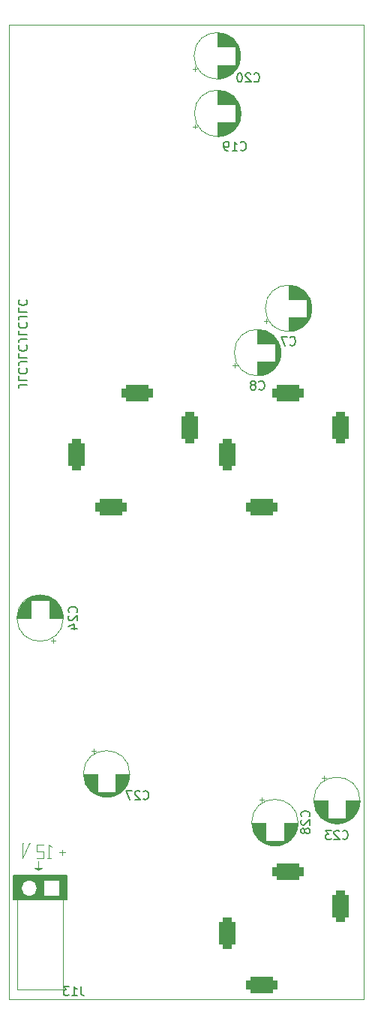
<source format=gbo>
G04 #@! TF.GenerationSoftware,KiCad,Pcbnew,(6.0.0)*
G04 #@! TF.CreationDate,2022-04-30T23:24:42+02:00*
G04 #@! TF.ProjectId,Output-mixer,4f757470-7574-42d6-9d69-7865722e6b69,rev?*
G04 #@! TF.SameCoordinates,Original*
G04 #@! TF.FileFunction,Legend,Bot*
G04 #@! TF.FilePolarity,Positive*
%FSLAX46Y46*%
G04 Gerber Fmt 4.6, Leading zero omitted, Abs format (unit mm)*
G04 Created by KiCad (PCBNEW (6.0.0)) date 2022-04-30 23:24:42*
%MOMM*%
%LPD*%
G01*
G04 APERTURE LIST*
G04 Aperture macros list*
%AMRoundRect*
0 Rectangle with rounded corners*
0 $1 Rounding radius*
0 $2 $3 $4 $5 $6 $7 $8 $9 X,Y pos of 4 corners*
0 Add a 4 corners polygon primitive as box body*
4,1,4,$2,$3,$4,$5,$6,$7,$8,$9,$2,$3,0*
0 Add four circle primitives for the rounded corners*
1,1,$1+$1,$2,$3*
1,1,$1+$1,$4,$5*
1,1,$1+$1,$6,$7*
1,1,$1+$1,$8,$9*
0 Add four rect primitives between the rounded corners*
20,1,$1+$1,$2,$3,$4,$5,0*
20,1,$1+$1,$4,$5,$6,$7,0*
20,1,$1+$1,$6,$7,$8,$9,0*
20,1,$1+$1,$8,$9,$2,$3,0*%
G04 Aperture macros list end*
%ADD10C,0.120000*%
%ADD11C,0.150000*%
G04 #@! TA.AperFunction,Profile*
%ADD12C,0.050000*%
G04 #@! TD*
%ADD13C,1.600000*%
%ADD14O,1.600000X1.600000*%
%ADD15RoundRect,0.475000X-0.475000X1.275000X-0.475000X-1.275000X0.475000X-1.275000X0.475000X1.275000X0*%
%ADD16RoundRect,0.475000X1.275000X0.475000X-1.275000X0.475000X-1.275000X-0.475000X1.275000X-0.475000X0*%
%ADD17RoundRect,0.475000X-0.565685X-1.237437X1.237437X0.565685X0.565685X1.237437X-1.237437X-0.565685X0*%
%ADD18RoundRect,0.475000X0.475000X-1.275000X0.475000X1.275000X-0.475000X1.275000X-0.475000X-1.275000X0*%
%ADD19R,1.700000X1.700000*%
%ADD20O,1.700000X1.700000*%
%ADD21R,1.500000X1.050000*%
%ADD22O,1.500000X1.050000*%
%ADD23C,3.200000*%
%ADD24R,1.600000X1.600000*%
G04 APERTURE END LIST*
D10*
X164600000Y-123500000D02*
X165400000Y-123500000D01*
D11*
X168000000Y-129750000D02*
X162000000Y-129750000D01*
X162000000Y-129750000D02*
X162000000Y-127000000D01*
X162000000Y-127000000D02*
X168000000Y-127000000D01*
X168000000Y-127000000D02*
X168000000Y-129750000D01*
G36*
X168000000Y-129750000D02*
G01*
X162000000Y-129750000D01*
X162000000Y-127000000D01*
X168000000Y-127000000D01*
X168000000Y-129750000D01*
G37*
X168000000Y-129750000D02*
X162000000Y-129750000D01*
X162000000Y-127000000D01*
X168000000Y-127000000D01*
X168000000Y-129750000D01*
D10*
X166000000Y-123500000D02*
X166300000Y-123800000D01*
X163100000Y-123400000D02*
X163000000Y-123400000D01*
X164600000Y-124300000D02*
X164600000Y-123500000D01*
X163000000Y-123400000D02*
X163000000Y-125100000D01*
X167200000Y-124400000D02*
X167800000Y-124400000D01*
X165400000Y-125100000D02*
X165400000Y-124300000D01*
X166000000Y-125100000D02*
X166200000Y-125100000D01*
X163900000Y-123400000D02*
X163800000Y-123400000D01*
X165400000Y-124300000D02*
X164600000Y-124300000D01*
X163000000Y-125100000D02*
X163800000Y-123400000D01*
X164800000Y-126400000D02*
X165200000Y-126200000D01*
X165200000Y-126200000D02*
X164400000Y-126200000D01*
X164400000Y-126200000D02*
X164800000Y-126400000D01*
G36*
X164800000Y-126400000D02*
G01*
X164400000Y-126200000D01*
X165200000Y-126200000D01*
X164800000Y-126400000D01*
G37*
X164800000Y-126400000D02*
X164400000Y-126200000D01*
X165200000Y-126200000D01*
X164800000Y-126400000D01*
X165800000Y-125100000D02*
X166000000Y-125100000D01*
X166000000Y-125100000D02*
X166000000Y-123500000D01*
X167500000Y-124700000D02*
X167500000Y-124100000D01*
X164600000Y-125100000D02*
X165400000Y-125100000D01*
X164800000Y-125400000D02*
X164800000Y-126400000D01*
D12*
X161500000Y-31000000D02*
X161500000Y-141000000D01*
X161500000Y-31000000D02*
X201500000Y-31000000D01*
X201500000Y-141000000D02*
X161500000Y-141000000D01*
X201500000Y-31000000D02*
X201500000Y-141000000D01*
D11*
X163547619Y-71619047D02*
X162833333Y-71619047D01*
X162690476Y-71666666D01*
X162595238Y-71761904D01*
X162547619Y-71904761D01*
X162547619Y-72000000D01*
X162547619Y-70666666D02*
X162547619Y-71142857D01*
X163547619Y-71142857D01*
X162642857Y-69761904D02*
X162595238Y-69809523D01*
X162547619Y-69952380D01*
X162547619Y-70047619D01*
X162595238Y-70190476D01*
X162690476Y-70285714D01*
X162785714Y-70333333D01*
X162976190Y-70380952D01*
X163119047Y-70380952D01*
X163309523Y-70333333D01*
X163404761Y-70285714D01*
X163500000Y-70190476D01*
X163547619Y-70047619D01*
X163547619Y-69952380D01*
X163500000Y-69809523D01*
X163452380Y-69761904D01*
X163547619Y-69047619D02*
X162833333Y-69047619D01*
X162690476Y-69095238D01*
X162595238Y-69190476D01*
X162547619Y-69333333D01*
X162547619Y-69428571D01*
X162547619Y-68095238D02*
X162547619Y-68571428D01*
X163547619Y-68571428D01*
X162642857Y-67190476D02*
X162595238Y-67238095D01*
X162547619Y-67380952D01*
X162547619Y-67476190D01*
X162595238Y-67619047D01*
X162690476Y-67714285D01*
X162785714Y-67761904D01*
X162976190Y-67809523D01*
X163119047Y-67809523D01*
X163309523Y-67761904D01*
X163404761Y-67714285D01*
X163500000Y-67619047D01*
X163547619Y-67476190D01*
X163547619Y-67380952D01*
X163500000Y-67238095D01*
X163452380Y-67190476D01*
X163547619Y-66476190D02*
X162833333Y-66476190D01*
X162690476Y-66523809D01*
X162595238Y-66619047D01*
X162547619Y-66761904D01*
X162547619Y-66857142D01*
X162547619Y-65523809D02*
X162547619Y-66000000D01*
X163547619Y-66000000D01*
X162642857Y-64619047D02*
X162595238Y-64666666D01*
X162547619Y-64809523D01*
X162547619Y-64904761D01*
X162595238Y-65047619D01*
X162690476Y-65142857D01*
X162785714Y-65190476D01*
X162976190Y-65238095D01*
X163119047Y-65238095D01*
X163309523Y-65190476D01*
X163404761Y-65142857D01*
X163500000Y-65047619D01*
X163547619Y-64904761D01*
X163547619Y-64809523D01*
X163500000Y-64666666D01*
X163452380Y-64619047D01*
X163547619Y-63904761D02*
X162833333Y-63904761D01*
X162690476Y-63952380D01*
X162595238Y-64047619D01*
X162547619Y-64190476D01*
X162547619Y-64285714D01*
X162547619Y-62952380D02*
X162547619Y-63428571D01*
X163547619Y-63428571D01*
X162642857Y-62047619D02*
X162595238Y-62095238D01*
X162547619Y-62238095D01*
X162547619Y-62333333D01*
X162595238Y-62476190D01*
X162690476Y-62571428D01*
X162785714Y-62619047D01*
X162976190Y-62666666D01*
X163119047Y-62666666D01*
X163309523Y-62619047D01*
X163404761Y-62571428D01*
X163500000Y-62476190D01*
X163547619Y-62333333D01*
X163547619Y-62238095D01*
X163500000Y-62095238D01*
X163452380Y-62047619D01*
X189711553Y-72107142D02*
X189759172Y-72154761D01*
X189902029Y-72202380D01*
X189997267Y-72202380D01*
X190140125Y-72154761D01*
X190235363Y-72059523D01*
X190282982Y-71964285D01*
X190330601Y-71773809D01*
X190330601Y-71630952D01*
X190282982Y-71440476D01*
X190235363Y-71345238D01*
X190140125Y-71250000D01*
X189997267Y-71202380D01*
X189902029Y-71202380D01*
X189759172Y-71250000D01*
X189711553Y-71297619D01*
X189140125Y-71630952D02*
X189235363Y-71583333D01*
X189282982Y-71535714D01*
X189330601Y-71440476D01*
X189330601Y-71392857D01*
X189282982Y-71297619D01*
X189235363Y-71250000D01*
X189140125Y-71202380D01*
X188949648Y-71202380D01*
X188854410Y-71250000D01*
X188806791Y-71297619D01*
X188759172Y-71392857D01*
X188759172Y-71440476D01*
X188806791Y-71535714D01*
X188854410Y-71583333D01*
X188949648Y-71630952D01*
X189140125Y-71630952D01*
X189235363Y-71678571D01*
X189282982Y-71726190D01*
X189330601Y-71821428D01*
X189330601Y-72011904D01*
X189282982Y-72107142D01*
X189235363Y-72154761D01*
X189140125Y-72202380D01*
X188949648Y-72202380D01*
X188854410Y-72154761D01*
X188806791Y-72107142D01*
X188759172Y-72011904D01*
X188759172Y-71821428D01*
X188806791Y-71726190D01*
X188854410Y-71678571D01*
X188949648Y-71630952D01*
X189142857Y-37357142D02*
X189190476Y-37404761D01*
X189333333Y-37452380D01*
X189428571Y-37452380D01*
X189571428Y-37404761D01*
X189666666Y-37309523D01*
X189714285Y-37214285D01*
X189761904Y-37023809D01*
X189761904Y-36880952D01*
X189714285Y-36690476D01*
X189666666Y-36595238D01*
X189571428Y-36500000D01*
X189428571Y-36452380D01*
X189333333Y-36452380D01*
X189190476Y-36500000D01*
X189142857Y-36547619D01*
X188761904Y-36547619D02*
X188714285Y-36500000D01*
X188619047Y-36452380D01*
X188380952Y-36452380D01*
X188285714Y-36500000D01*
X188238095Y-36547619D01*
X188190476Y-36642857D01*
X188190476Y-36738095D01*
X188238095Y-36880952D01*
X188809523Y-37452380D01*
X188190476Y-37452380D01*
X187571428Y-36452380D02*
X187476190Y-36452380D01*
X187380952Y-36500000D01*
X187333333Y-36547619D01*
X187285714Y-36642857D01*
X187238095Y-36833333D01*
X187238095Y-37071428D01*
X187285714Y-37261904D01*
X187333333Y-37357142D01*
X187380952Y-37404761D01*
X187476190Y-37452380D01*
X187571428Y-37452380D01*
X187666666Y-37404761D01*
X187714285Y-37357142D01*
X187761904Y-37261904D01*
X187809523Y-37071428D01*
X187809523Y-36833333D01*
X187761904Y-36642857D01*
X187714285Y-36547619D01*
X187666666Y-36500000D01*
X187571428Y-36452380D01*
X169107142Y-97312254D02*
X169154761Y-97264635D01*
X169202380Y-97121778D01*
X169202380Y-97026540D01*
X169154761Y-96883683D01*
X169059523Y-96788445D01*
X168964285Y-96740826D01*
X168773809Y-96693207D01*
X168630952Y-96693207D01*
X168440476Y-96740826D01*
X168345238Y-96788445D01*
X168250000Y-96883683D01*
X168202380Y-97026540D01*
X168202380Y-97121778D01*
X168250000Y-97264635D01*
X168297619Y-97312254D01*
X168297619Y-97693207D02*
X168250000Y-97740826D01*
X168202380Y-97836064D01*
X168202380Y-98074159D01*
X168250000Y-98169397D01*
X168297619Y-98217016D01*
X168392857Y-98264635D01*
X168488095Y-98264635D01*
X168630952Y-98217016D01*
X169202380Y-97645588D01*
X169202380Y-98264635D01*
X168535714Y-99121778D02*
X169202380Y-99121778D01*
X168154761Y-98883683D02*
X168869047Y-98645588D01*
X168869047Y-99264635D01*
X187642857Y-45107142D02*
X187690476Y-45154761D01*
X187833333Y-45202380D01*
X187928571Y-45202380D01*
X188071428Y-45154761D01*
X188166666Y-45059523D01*
X188214285Y-44964285D01*
X188261904Y-44773809D01*
X188261904Y-44630952D01*
X188214285Y-44440476D01*
X188166666Y-44345238D01*
X188071428Y-44250000D01*
X187928571Y-44202380D01*
X187833333Y-44202380D01*
X187690476Y-44250000D01*
X187642857Y-44297619D01*
X186690476Y-45202380D02*
X187261904Y-45202380D01*
X186976190Y-45202380D02*
X186976190Y-44202380D01*
X187071428Y-44345238D01*
X187166666Y-44440476D01*
X187261904Y-44488095D01*
X186214285Y-45202380D02*
X186023809Y-45202380D01*
X185928571Y-45154761D01*
X185880952Y-45107142D01*
X185785714Y-44964285D01*
X185738095Y-44773809D01*
X185738095Y-44392857D01*
X185785714Y-44297619D01*
X185833333Y-44250000D01*
X185928571Y-44202380D01*
X186119047Y-44202380D01*
X186214285Y-44250000D01*
X186261904Y-44297619D01*
X186309523Y-44392857D01*
X186309523Y-44630952D01*
X186261904Y-44726190D01*
X186214285Y-44773809D01*
X186119047Y-44821428D01*
X185928571Y-44821428D01*
X185833333Y-44773809D01*
X185785714Y-44726190D01*
X185738095Y-44630952D01*
X199142857Y-122857142D02*
X199190476Y-122904761D01*
X199333333Y-122952380D01*
X199428571Y-122952380D01*
X199571428Y-122904761D01*
X199666666Y-122809523D01*
X199714285Y-122714285D01*
X199761904Y-122523809D01*
X199761904Y-122380952D01*
X199714285Y-122190476D01*
X199666666Y-122095238D01*
X199571428Y-122000000D01*
X199428571Y-121952380D01*
X199333333Y-121952380D01*
X199190476Y-122000000D01*
X199142857Y-122047619D01*
X198761904Y-122047619D02*
X198714285Y-122000000D01*
X198619047Y-121952380D01*
X198380952Y-121952380D01*
X198285714Y-122000000D01*
X198238095Y-122047619D01*
X198190476Y-122142857D01*
X198190476Y-122238095D01*
X198238095Y-122380952D01*
X198809523Y-122952380D01*
X198190476Y-122952380D01*
X197857142Y-121952380D02*
X197238095Y-121952380D01*
X197571428Y-122333333D01*
X197428571Y-122333333D01*
X197333333Y-122380952D01*
X197285714Y-122428571D01*
X197238095Y-122523809D01*
X197238095Y-122761904D01*
X197285714Y-122857142D01*
X197333333Y-122904761D01*
X197428571Y-122952380D01*
X197714285Y-122952380D01*
X197809523Y-122904761D01*
X197857142Y-122857142D01*
X195357142Y-120357142D02*
X195404761Y-120309523D01*
X195452380Y-120166666D01*
X195452380Y-120071428D01*
X195404761Y-119928571D01*
X195309523Y-119833333D01*
X195214285Y-119785714D01*
X195023809Y-119738095D01*
X194880952Y-119738095D01*
X194690476Y-119785714D01*
X194595238Y-119833333D01*
X194500000Y-119928571D01*
X194452380Y-120071428D01*
X194452380Y-120166666D01*
X194500000Y-120309523D01*
X194547619Y-120357142D01*
X194547619Y-120738095D02*
X194500000Y-120785714D01*
X194452380Y-120880952D01*
X194452380Y-121119047D01*
X194500000Y-121214285D01*
X194547619Y-121261904D01*
X194642857Y-121309523D01*
X194738095Y-121309523D01*
X194880952Y-121261904D01*
X195452380Y-120690476D01*
X195452380Y-121309523D01*
X194880952Y-121880952D02*
X194833333Y-121785714D01*
X194785714Y-121738095D01*
X194690476Y-121690476D01*
X194642857Y-121690476D01*
X194547619Y-121738095D01*
X194500000Y-121785714D01*
X194452380Y-121880952D01*
X194452380Y-122071428D01*
X194500000Y-122166666D01*
X194547619Y-122214285D01*
X194642857Y-122261904D01*
X194690476Y-122261904D01*
X194785714Y-122214285D01*
X194833333Y-122166666D01*
X194880952Y-122071428D01*
X194880952Y-121880952D01*
X194928571Y-121785714D01*
X194976190Y-121738095D01*
X195071428Y-121690476D01*
X195261904Y-121690476D01*
X195357142Y-121738095D01*
X195404761Y-121785714D01*
X195452380Y-121880952D01*
X195452380Y-122071428D01*
X195404761Y-122166666D01*
X195357142Y-122214285D01*
X195261904Y-122261904D01*
X195071428Y-122261904D01*
X194976190Y-122214285D01*
X194928571Y-122166666D01*
X194880952Y-122071428D01*
X169584523Y-139537380D02*
X169584523Y-140251666D01*
X169632142Y-140394523D01*
X169727380Y-140489761D01*
X169870238Y-140537380D01*
X169965476Y-140537380D01*
X168584523Y-140537380D02*
X169155952Y-140537380D01*
X168870238Y-140537380D02*
X168870238Y-139537380D01*
X168965476Y-139680238D01*
X169060714Y-139775476D01*
X169155952Y-139823095D01*
X168251190Y-139537380D02*
X167632142Y-139537380D01*
X167965476Y-139918333D01*
X167822619Y-139918333D01*
X167727380Y-139965952D01*
X167679761Y-140013571D01*
X167632142Y-140108809D01*
X167632142Y-140346904D01*
X167679761Y-140442142D01*
X167727380Y-140489761D01*
X167822619Y-140537380D01*
X168108333Y-140537380D01*
X168203571Y-140489761D01*
X168251190Y-140442142D01*
X176642857Y-118357142D02*
X176690476Y-118404761D01*
X176833333Y-118452380D01*
X176928571Y-118452380D01*
X177071428Y-118404761D01*
X177166666Y-118309523D01*
X177214285Y-118214285D01*
X177261904Y-118023809D01*
X177261904Y-117880952D01*
X177214285Y-117690476D01*
X177166666Y-117595238D01*
X177071428Y-117500000D01*
X176928571Y-117452380D01*
X176833333Y-117452380D01*
X176690476Y-117500000D01*
X176642857Y-117547619D01*
X176261904Y-117547619D02*
X176214285Y-117500000D01*
X176119047Y-117452380D01*
X175880952Y-117452380D01*
X175785714Y-117500000D01*
X175738095Y-117547619D01*
X175690476Y-117642857D01*
X175690476Y-117738095D01*
X175738095Y-117880952D01*
X176309523Y-118452380D01*
X175690476Y-118452380D01*
X175357142Y-117452380D02*
X174690476Y-117452380D01*
X175119047Y-118452380D01*
X193211554Y-67107142D02*
X193259173Y-67154761D01*
X193402030Y-67202380D01*
X193497268Y-67202380D01*
X193640126Y-67154761D01*
X193735364Y-67059523D01*
X193782983Y-66964285D01*
X193830602Y-66773809D01*
X193830602Y-66630952D01*
X193782983Y-66440476D01*
X193735364Y-66345238D01*
X193640126Y-66250000D01*
X193497268Y-66202380D01*
X193402030Y-66202380D01*
X193259173Y-66250000D01*
X193211554Y-66297619D01*
X192878221Y-66202380D02*
X192211554Y-66202380D01*
X192640126Y-67202380D01*
D10*
X189744887Y-66960000D02*
X189744887Y-65427000D01*
X189984887Y-70543000D02*
X189984887Y-69040000D01*
X190945887Y-70175000D02*
X190945887Y-69040000D01*
X191905887Y-69098000D02*
X191905887Y-66902000D01*
X190224887Y-70491000D02*
X190224887Y-69040000D01*
X191185887Y-70004000D02*
X191185887Y-69040000D01*
X190184887Y-70501000D02*
X190184887Y-69040000D01*
X189784887Y-66960000D02*
X189784887Y-65431000D01*
X190905887Y-70200000D02*
X190905887Y-69040000D01*
X191305887Y-66960000D02*
X191305887Y-66099000D01*
X189904887Y-66960000D02*
X189904887Y-65444000D01*
X190465887Y-66960000D02*
X190465887Y-65586000D01*
X190265887Y-70480000D02*
X190265887Y-69040000D01*
X191225887Y-66960000D02*
X191225887Y-66029000D01*
X189544887Y-70580000D02*
X189544887Y-69040000D01*
X190545887Y-70382000D02*
X190545887Y-69040000D01*
X191025887Y-66960000D02*
X191025887Y-65878000D01*
X191305887Y-69901000D02*
X191305887Y-69040000D01*
X190825887Y-66960000D02*
X190825887Y-65753000D01*
X189944887Y-66960000D02*
X189944887Y-65450000D01*
X191065887Y-70095000D02*
X191065887Y-69040000D01*
X189584887Y-66960000D02*
X189584887Y-65420000D01*
X191345887Y-66960000D02*
X191345887Y-66136000D01*
X189944887Y-70550000D02*
X189944887Y-69040000D01*
X191225887Y-69971000D02*
X191225887Y-69040000D01*
X190825887Y-70247000D02*
X190825887Y-69040000D01*
X191745887Y-69383000D02*
X191745887Y-66617000D01*
X189864887Y-70561000D02*
X189864887Y-69040000D01*
X190945887Y-66960000D02*
X190945887Y-65825000D01*
X190224887Y-66960000D02*
X190224887Y-65509000D01*
X190905887Y-66960000D02*
X190905887Y-65800000D01*
X190865887Y-70224000D02*
X190865887Y-69040000D01*
X189824887Y-70565000D02*
X189824887Y-69040000D01*
X189704887Y-66960000D02*
X189704887Y-65424000D01*
X186990112Y-69725000D02*
X186990112Y-69225000D01*
X191785887Y-69319000D02*
X191785887Y-66681000D01*
X190625887Y-66960000D02*
X190625887Y-65652000D01*
X190305887Y-66960000D02*
X190305887Y-65532000D01*
X190024887Y-70536000D02*
X190024887Y-69040000D01*
X191585887Y-69605000D02*
X191585887Y-66395000D01*
X191265887Y-66960000D02*
X191265887Y-66063000D01*
X190545887Y-66960000D02*
X190545887Y-65618000D01*
X191425887Y-69785000D02*
X191425887Y-69040000D01*
X191945887Y-69011000D02*
X191945887Y-66989000D01*
X192145887Y-68284000D02*
X192145887Y-67716000D01*
X191705887Y-69443000D02*
X191705887Y-66557000D01*
X192065887Y-68677000D02*
X192065887Y-67323000D01*
X191145887Y-70035000D02*
X191145887Y-69040000D01*
X189784887Y-70569000D02*
X189784887Y-69040000D01*
X189624887Y-66960000D02*
X189624887Y-65421000D01*
X190104887Y-66960000D02*
X190104887Y-65480000D01*
X190265887Y-66960000D02*
X190265887Y-65520000D01*
X190705887Y-66960000D02*
X190705887Y-65690000D01*
X190625887Y-70348000D02*
X190625887Y-69040000D01*
X190305887Y-70468000D02*
X190305887Y-69040000D01*
X189904887Y-70556000D02*
X189904887Y-69040000D01*
X190144887Y-66960000D02*
X190144887Y-65489000D01*
X190345887Y-66960000D02*
X190345887Y-65545000D01*
X191545887Y-66960000D02*
X191545887Y-66347000D01*
X189664887Y-66960000D02*
X189664887Y-65422000D01*
X190985887Y-66960000D02*
X190985887Y-65851000D01*
X189624887Y-70579000D02*
X189624887Y-69040000D01*
X189824887Y-66960000D02*
X189824887Y-65435000D01*
X190985887Y-70149000D02*
X190985887Y-69040000D01*
X189744887Y-70573000D02*
X189744887Y-69040000D01*
X190425887Y-70428000D02*
X190425887Y-69040000D01*
X190705887Y-70310000D02*
X190705887Y-69040000D01*
X191105887Y-66960000D02*
X191105887Y-65935000D01*
X190104887Y-70520000D02*
X190104887Y-69040000D01*
X191145887Y-66960000D02*
X191145887Y-65965000D01*
X190024887Y-66960000D02*
X190024887Y-65464000D01*
X189984887Y-66960000D02*
X189984887Y-65457000D01*
X190505887Y-70398000D02*
X190505887Y-69040000D01*
X191345887Y-69864000D02*
X191345887Y-69040000D01*
X189584887Y-70580000D02*
X189584887Y-69040000D01*
X191625887Y-69554000D02*
X191625887Y-66446000D01*
X191185887Y-66960000D02*
X191185887Y-65996000D01*
X191385887Y-69826000D02*
X191385887Y-69040000D01*
X191425887Y-66960000D02*
X191425887Y-66215000D01*
X191505887Y-66960000D02*
X191505887Y-66301000D01*
X191665887Y-69500000D02*
X191665887Y-66500000D01*
X190745887Y-66960000D02*
X190745887Y-65710000D01*
X190745887Y-70290000D02*
X190745887Y-69040000D01*
X190345887Y-70455000D02*
X190345887Y-69040000D01*
X186740112Y-69475000D02*
X187240112Y-69475000D01*
X190465887Y-70414000D02*
X190465887Y-69040000D01*
X189664887Y-70578000D02*
X189664887Y-69040000D01*
X191265887Y-69937000D02*
X191265887Y-69040000D01*
X192105887Y-68518000D02*
X192105887Y-67482000D01*
X190785887Y-66960000D02*
X190785887Y-65732000D01*
X190585887Y-66960000D02*
X190585887Y-65635000D01*
X191985887Y-68915000D02*
X191985887Y-67085000D01*
X190665887Y-70329000D02*
X190665887Y-69040000D01*
X190665887Y-66960000D02*
X190665887Y-65671000D01*
X191025887Y-70122000D02*
X191025887Y-69040000D01*
X191465887Y-66960000D02*
X191465887Y-66257000D01*
X189864887Y-66960000D02*
X189864887Y-65439000D01*
X191465887Y-69743000D02*
X191465887Y-69040000D01*
X191505887Y-69699000D02*
X191505887Y-69040000D01*
X191545887Y-69653000D02*
X191545887Y-69040000D01*
X191825887Y-69251000D02*
X191825887Y-66749000D01*
X190144887Y-70511000D02*
X190144887Y-69040000D01*
X190385887Y-66960000D02*
X190385887Y-65558000D01*
X190184887Y-66960000D02*
X190184887Y-65499000D01*
X191865887Y-69178000D02*
X191865887Y-66822000D01*
X192025887Y-68805000D02*
X192025887Y-67195000D01*
X189704887Y-70576000D02*
X189704887Y-69040000D01*
X190385887Y-70442000D02*
X190385887Y-69040000D01*
X191105887Y-70065000D02*
X191105887Y-69040000D01*
X190585887Y-70365000D02*
X190585887Y-69040000D01*
X190425887Y-66960000D02*
X190425887Y-65572000D01*
X190785887Y-70268000D02*
X190785887Y-69040000D01*
X190865887Y-66960000D02*
X190865887Y-65776000D01*
X191385887Y-66960000D02*
X191385887Y-66174000D01*
X190064887Y-66960000D02*
X190064887Y-65472000D01*
X190064887Y-70528000D02*
X190064887Y-69040000D01*
X191065887Y-66960000D02*
X191065887Y-65905000D01*
X189544887Y-66960000D02*
X189544887Y-65420000D01*
X190505887Y-66960000D02*
X190505887Y-65602000D01*
X192164887Y-68000000D02*
G75*
G03*
X192164887Y-68000000I-2620000J0D01*
G01*
X186441000Y-33460000D02*
X186441000Y-32351000D01*
X186761000Y-36401000D02*
X186761000Y-35540000D01*
X185440000Y-33460000D02*
X185440000Y-31957000D01*
X185600000Y-33460000D02*
X185600000Y-31989000D01*
X185360000Y-37056000D02*
X185360000Y-35540000D01*
X186361000Y-36700000D02*
X186361000Y-35540000D01*
X185801000Y-36955000D02*
X185801000Y-35540000D01*
X186401000Y-33460000D02*
X186401000Y-32325000D01*
X185080000Y-33460000D02*
X185080000Y-31921000D01*
X187161000Y-35943000D02*
X187161000Y-33057000D01*
X186761000Y-33460000D02*
X186761000Y-32599000D01*
X185520000Y-37028000D02*
X185520000Y-35540000D01*
X187521000Y-35177000D02*
X187521000Y-33823000D01*
X185360000Y-33460000D02*
X185360000Y-31944000D01*
X186361000Y-33460000D02*
X186361000Y-32300000D01*
X186281000Y-33460000D02*
X186281000Y-32253000D01*
X187121000Y-36000000D02*
X187121000Y-33000000D01*
X186721000Y-36437000D02*
X186721000Y-35540000D01*
X185560000Y-33460000D02*
X185560000Y-31980000D01*
X185160000Y-33460000D02*
X185160000Y-31924000D01*
X185841000Y-33460000D02*
X185841000Y-32058000D01*
X186201000Y-36790000D02*
X186201000Y-35540000D01*
X185921000Y-33460000D02*
X185921000Y-32086000D01*
X185761000Y-36968000D02*
X185761000Y-35540000D01*
X185080000Y-37079000D02*
X185080000Y-35540000D01*
X185000000Y-37080000D02*
X185000000Y-35540000D01*
X187001000Y-36153000D02*
X187001000Y-35540000D01*
X185841000Y-36942000D02*
X185841000Y-35540000D01*
X186241000Y-36768000D02*
X186241000Y-35540000D01*
X186321000Y-33460000D02*
X186321000Y-32276000D01*
X187241000Y-35819000D02*
X187241000Y-33181000D01*
X185480000Y-33460000D02*
X185480000Y-31964000D01*
X182195225Y-35975000D02*
X182695225Y-35975000D01*
X185400000Y-37050000D02*
X185400000Y-35540000D01*
X187201000Y-35883000D02*
X187201000Y-33117000D01*
X185961000Y-36898000D02*
X185961000Y-35540000D01*
X186001000Y-36882000D02*
X186001000Y-35540000D01*
X186201000Y-33460000D02*
X186201000Y-32210000D01*
X186481000Y-33460000D02*
X186481000Y-32378000D01*
X187561000Y-35018000D02*
X187561000Y-33982000D01*
X186841000Y-33460000D02*
X186841000Y-32674000D01*
X185320000Y-33460000D02*
X185320000Y-31939000D01*
X185000000Y-33460000D02*
X185000000Y-31920000D01*
X185240000Y-37069000D02*
X185240000Y-35540000D01*
X185320000Y-37061000D02*
X185320000Y-35540000D01*
X185881000Y-33460000D02*
X185881000Y-32072000D01*
X185801000Y-33460000D02*
X185801000Y-32045000D01*
X186121000Y-36829000D02*
X186121000Y-35540000D01*
X185120000Y-33460000D02*
X185120000Y-31922000D01*
X186281000Y-36747000D02*
X186281000Y-35540000D01*
X187001000Y-33460000D02*
X187001000Y-32847000D01*
X186161000Y-33460000D02*
X186161000Y-32190000D01*
X185881000Y-36928000D02*
X185881000Y-35540000D01*
X187081000Y-36054000D02*
X187081000Y-32946000D01*
X186561000Y-36565000D02*
X186561000Y-35540000D01*
X186321000Y-36724000D02*
X186321000Y-35540000D01*
X187401000Y-35511000D02*
X187401000Y-33489000D01*
X187321000Y-35678000D02*
X187321000Y-33322000D01*
X187041000Y-36105000D02*
X187041000Y-32895000D01*
X186801000Y-36364000D02*
X186801000Y-35540000D01*
X185240000Y-33460000D02*
X185240000Y-31931000D01*
X186961000Y-36199000D02*
X186961000Y-35540000D01*
X185721000Y-36980000D02*
X185721000Y-35540000D01*
X185961000Y-33460000D02*
X185961000Y-32102000D01*
X186081000Y-33460000D02*
X186081000Y-32152000D01*
X186121000Y-33460000D02*
X186121000Y-32171000D01*
X185761000Y-33460000D02*
X185761000Y-32032000D01*
X185200000Y-33460000D02*
X185200000Y-31927000D01*
X187481000Y-35305000D02*
X187481000Y-33695000D01*
X186481000Y-36622000D02*
X186481000Y-35540000D01*
X187601000Y-34784000D02*
X187601000Y-34216000D01*
X185040000Y-33460000D02*
X185040000Y-31920000D01*
X186441000Y-36649000D02*
X186441000Y-35540000D01*
X186401000Y-36675000D02*
X186401000Y-35540000D01*
X186681000Y-33460000D02*
X186681000Y-32529000D01*
X186881000Y-33460000D02*
X186881000Y-32715000D01*
X185600000Y-37011000D02*
X185600000Y-35540000D01*
X185721000Y-33460000D02*
X185721000Y-32020000D01*
X186521000Y-36595000D02*
X186521000Y-35540000D01*
X185560000Y-37020000D02*
X185560000Y-35540000D01*
X186521000Y-33460000D02*
X186521000Y-32405000D01*
X185400000Y-33460000D02*
X185400000Y-31950000D01*
X186881000Y-36285000D02*
X186881000Y-35540000D01*
X186721000Y-33460000D02*
X186721000Y-32563000D01*
X185520000Y-33460000D02*
X185520000Y-31972000D01*
X187441000Y-35415000D02*
X187441000Y-33585000D01*
X186001000Y-33460000D02*
X186001000Y-32118000D01*
X186961000Y-33460000D02*
X186961000Y-32801000D01*
X185921000Y-36914000D02*
X185921000Y-35540000D01*
X186641000Y-36504000D02*
X186641000Y-35540000D01*
X185040000Y-37080000D02*
X185040000Y-35540000D01*
X186801000Y-33460000D02*
X186801000Y-32636000D01*
X185160000Y-37076000D02*
X185160000Y-35540000D01*
X186601000Y-36535000D02*
X186601000Y-35540000D01*
X186041000Y-33460000D02*
X186041000Y-32135000D01*
X186601000Y-33460000D02*
X186601000Y-32465000D01*
X185680000Y-36991000D02*
X185680000Y-35540000D01*
X185200000Y-37073000D02*
X185200000Y-35540000D01*
X186681000Y-36471000D02*
X186681000Y-35540000D01*
X185280000Y-33460000D02*
X185280000Y-31935000D01*
X186041000Y-36865000D02*
X186041000Y-35540000D01*
X186921000Y-36243000D02*
X186921000Y-35540000D01*
X185680000Y-33460000D02*
X185680000Y-32009000D01*
X186921000Y-33460000D02*
X186921000Y-32757000D01*
X186161000Y-36810000D02*
X186161000Y-35540000D01*
X186241000Y-33460000D02*
X186241000Y-32232000D01*
X185640000Y-37001000D02*
X185640000Y-35540000D01*
X182445225Y-36225000D02*
X182445225Y-35725000D01*
X185480000Y-37036000D02*
X185480000Y-35540000D01*
X186841000Y-36326000D02*
X186841000Y-35540000D01*
X186561000Y-33460000D02*
X186561000Y-32435000D01*
X187361000Y-35598000D02*
X187361000Y-33402000D01*
X185120000Y-37078000D02*
X185120000Y-35540000D01*
X185640000Y-33460000D02*
X185640000Y-31999000D01*
X186081000Y-36848000D02*
X186081000Y-35540000D01*
X185280000Y-37065000D02*
X185280000Y-35540000D01*
X185440000Y-37043000D02*
X185440000Y-35540000D01*
X186641000Y-33460000D02*
X186641000Y-32496000D01*
X187281000Y-35751000D02*
X187281000Y-33249000D01*
X187620000Y-34500000D02*
G75*
G03*
X187620000Y-34500000I-2620000J0D01*
G01*
X167480000Y-97234112D02*
X166040000Y-97234112D01*
X167580000Y-97915112D02*
X166040000Y-97915112D01*
X165518000Y-95394112D02*
X164482000Y-95394112D01*
X163960000Y-96554112D02*
X162825000Y-96554112D01*
X166554000Y-95874112D02*
X163446000Y-95874112D01*
X163960000Y-97034112D02*
X162586000Y-97034112D01*
X166500000Y-95834112D02*
X163500000Y-95834112D01*
X166725000Y-100509887D02*
X166225000Y-100509887D01*
X163960000Y-97074112D02*
X162572000Y-97074112D01*
X167065000Y-96394112D02*
X166040000Y-96394112D01*
X163960000Y-97595112D02*
X162444000Y-97595112D01*
X163960000Y-95994112D02*
X163301000Y-95994112D01*
X163960000Y-96034112D02*
X163257000Y-96034112D01*
X167290000Y-96754112D02*
X166040000Y-96754112D01*
X163960000Y-97475112D02*
X162464000Y-97475112D01*
X163960000Y-97114112D02*
X162558000Y-97114112D01*
X166475000Y-100759887D02*
X166475000Y-100259887D01*
X163960000Y-97154112D02*
X162545000Y-97154112D01*
X163960000Y-97915112D02*
X162420000Y-97915112D01*
X163960000Y-96754112D02*
X162710000Y-96754112D01*
X163960000Y-96634112D02*
X162776000Y-96634112D01*
X166826000Y-96114112D02*
X166040000Y-96114112D01*
X163960000Y-97755112D02*
X162427000Y-97755112D01*
X166251000Y-95674112D02*
X163749000Y-95674112D01*
X167414000Y-97034112D02*
X166040000Y-97034112D01*
X167329000Y-96834112D02*
X166040000Y-96834112D01*
X163960000Y-97435112D02*
X162472000Y-97435112D01*
X167348000Y-96874112D02*
X166040000Y-96874112D01*
X167579000Y-97875112D02*
X166040000Y-97875112D01*
X167556000Y-97595112D02*
X166040000Y-97595112D01*
X167382000Y-96954112D02*
X166040000Y-96954112D01*
X167004000Y-96314112D02*
X166040000Y-96314112D01*
X166319000Y-95714112D02*
X163681000Y-95714112D01*
X167224000Y-96634112D02*
X166040000Y-96634112D01*
X166937000Y-96234112D02*
X166040000Y-96234112D01*
X163960000Y-97715112D02*
X162431000Y-97715112D01*
X163960000Y-96314112D02*
X162996000Y-96314112D01*
X167565000Y-97675112D02*
X166040000Y-97675112D01*
X163960000Y-97275112D02*
X162509000Y-97275112D01*
X166605000Y-95914112D02*
X163395000Y-95914112D01*
X167543000Y-97515112D02*
X166040000Y-97515112D01*
X163960000Y-97194112D02*
X162532000Y-97194112D01*
X167428000Y-97074112D02*
X166040000Y-97074112D01*
X165677000Y-95434112D02*
X164323000Y-95434112D01*
X163960000Y-96714112D02*
X162732000Y-96714112D01*
X166743000Y-96034112D02*
X166040000Y-96034112D01*
X165915000Y-95514112D02*
X164085000Y-95514112D01*
X163960000Y-96994112D02*
X162602000Y-96994112D01*
X167578000Y-97835112D02*
X166040000Y-97835112D01*
X167365000Y-96914112D02*
X166040000Y-96914112D01*
X163960000Y-97955112D02*
X162420000Y-97955112D01*
X163960000Y-97675112D02*
X162435000Y-97675112D01*
X163960000Y-95954112D02*
X163347000Y-95954112D01*
X167398000Y-96994112D02*
X166040000Y-96994112D01*
X163960000Y-96514112D02*
X162851000Y-96514112D01*
X163960000Y-97355112D02*
X162489000Y-97355112D01*
X166653000Y-95954112D02*
X166040000Y-95954112D01*
X166901000Y-96194112D02*
X166040000Y-96194112D01*
X166098000Y-95594112D02*
X163902000Y-95594112D01*
X166443000Y-95794112D02*
X163557000Y-95794112D01*
X163960000Y-97635112D02*
X162439000Y-97635112D01*
X166785000Y-96074112D02*
X166040000Y-96074112D01*
X166178000Y-95634112D02*
X163822000Y-95634112D01*
X165805000Y-95474112D02*
X164195000Y-95474112D01*
X167122000Y-96474112D02*
X166040000Y-96474112D01*
X166011000Y-95554112D02*
X163989000Y-95554112D01*
X166699000Y-95994112D02*
X166040000Y-95994112D01*
X167468000Y-97194112D02*
X166040000Y-97194112D01*
X163960000Y-96114112D02*
X163174000Y-96114112D01*
X167580000Y-97955112D02*
X166040000Y-97955112D01*
X163960000Y-97234112D02*
X162520000Y-97234112D01*
X163960000Y-96154112D02*
X163136000Y-96154112D01*
X163960000Y-97315112D02*
X162499000Y-97315112D01*
X167520000Y-97395112D02*
X166040000Y-97395112D01*
X167310000Y-96794112D02*
X166040000Y-96794112D01*
X163960000Y-96234112D02*
X163063000Y-96234112D01*
X163960000Y-96354112D02*
X162965000Y-96354112D01*
X167455000Y-97154112D02*
X166040000Y-97154112D01*
X167035000Y-96354112D02*
X166040000Y-96354112D01*
X167175000Y-96554112D02*
X166040000Y-96554112D01*
X167268000Y-96714112D02*
X166040000Y-96714112D01*
X163960000Y-96434112D02*
X162905000Y-96434112D01*
X167576000Y-97795112D02*
X166040000Y-97795112D01*
X167569000Y-97715112D02*
X166040000Y-97715112D01*
X167247000Y-96674112D02*
X166040000Y-96674112D01*
X163960000Y-96274112D02*
X163029000Y-96274112D01*
X163960000Y-96954112D02*
X162618000Y-96954112D01*
X166971000Y-96274112D02*
X166040000Y-96274112D01*
X167550000Y-97555112D02*
X166040000Y-97555112D01*
X167149000Y-96514112D02*
X166040000Y-96514112D01*
X163960000Y-96914112D02*
X162635000Y-96914112D01*
X163960000Y-97515112D02*
X162457000Y-97515112D01*
X163960000Y-97795112D02*
X162424000Y-97795112D01*
X166383000Y-95754112D02*
X163617000Y-95754112D01*
X163960000Y-96674112D02*
X162753000Y-96674112D01*
X167501000Y-97315112D02*
X166040000Y-97315112D01*
X167511000Y-97355112D02*
X166040000Y-97355112D01*
X163960000Y-97875112D02*
X162421000Y-97875112D01*
X167561000Y-97635112D02*
X166040000Y-97635112D01*
X167442000Y-97114112D02*
X166040000Y-97114112D01*
X163960000Y-96794112D02*
X162690000Y-96794112D01*
X167573000Y-97755112D02*
X166040000Y-97755112D01*
X163960000Y-96474112D02*
X162878000Y-96474112D01*
X163960000Y-97835112D02*
X162422000Y-97835112D01*
X163960000Y-96194112D02*
X163099000Y-96194112D01*
X167491000Y-97275112D02*
X166040000Y-97275112D01*
X167528000Y-97435112D02*
X166040000Y-97435112D01*
X166864000Y-96154112D02*
X166040000Y-96154112D01*
X163960000Y-96834112D02*
X162671000Y-96834112D01*
X167200000Y-96594112D02*
X166040000Y-96594112D01*
X163960000Y-97555112D02*
X162450000Y-97555112D01*
X163960000Y-96594112D02*
X162800000Y-96594112D01*
X165284000Y-95354112D02*
X164716000Y-95354112D01*
X163960000Y-96874112D02*
X162652000Y-96874112D01*
X163960000Y-97395112D02*
X162480000Y-97395112D01*
X163960000Y-96394112D02*
X162935000Y-96394112D01*
X167536000Y-97475112D02*
X166040000Y-97475112D01*
X163960000Y-96074112D02*
X163215000Y-96074112D01*
X167095000Y-96434112D02*
X166040000Y-96434112D01*
X167620000Y-97955112D02*
G75*
G03*
X167620000Y-97955112I-2620000J0D01*
G01*
X185684887Y-39960000D02*
X185684887Y-38499000D01*
X186165887Y-39960000D02*
X186165887Y-38671000D01*
X185244887Y-43573000D02*
X185244887Y-42040000D01*
X185765887Y-43480000D02*
X185765887Y-42040000D01*
X186605887Y-43065000D02*
X186605887Y-42040000D01*
X187245887Y-42383000D02*
X187245887Y-39617000D01*
X186445887Y-43175000D02*
X186445887Y-42040000D01*
X186045887Y-43382000D02*
X186045887Y-42040000D01*
X186925887Y-39960000D02*
X186925887Y-39215000D01*
X186005887Y-39960000D02*
X186005887Y-38602000D01*
X185604887Y-43520000D02*
X185604887Y-42040000D01*
X185564887Y-39960000D02*
X185564887Y-38472000D01*
X186645887Y-39960000D02*
X186645887Y-38965000D01*
X186605887Y-39960000D02*
X186605887Y-38935000D01*
X187565887Y-41677000D02*
X187565887Y-40323000D01*
X187005887Y-42699000D02*
X187005887Y-42040000D01*
X186805887Y-42901000D02*
X186805887Y-42040000D01*
X185044887Y-39960000D02*
X185044887Y-38420000D01*
X186165887Y-43329000D02*
X186165887Y-42040000D01*
X185564887Y-43528000D02*
X185564887Y-42040000D01*
X186085887Y-39960000D02*
X186085887Y-38635000D01*
X185404887Y-43556000D02*
X185404887Y-42040000D01*
X186485887Y-43149000D02*
X186485887Y-42040000D01*
X185765887Y-39960000D02*
X185765887Y-38520000D01*
X186285887Y-43268000D02*
X186285887Y-42040000D01*
X185484887Y-43543000D02*
X185484887Y-42040000D01*
X185444887Y-39960000D02*
X185444887Y-38450000D01*
X185604887Y-39960000D02*
X185604887Y-38480000D01*
X185925887Y-39960000D02*
X185925887Y-38572000D01*
X186565887Y-43095000D02*
X186565887Y-42040000D01*
X187165887Y-42500000D02*
X187165887Y-39500000D01*
X185885887Y-43442000D02*
X185885887Y-42040000D01*
X187525887Y-41805000D02*
X187525887Y-40195000D01*
X187045887Y-42653000D02*
X187045887Y-42040000D01*
X186285887Y-39960000D02*
X186285887Y-38732000D01*
X185845887Y-39960000D02*
X185845887Y-38545000D01*
X186325887Y-39960000D02*
X186325887Y-38753000D01*
X185644887Y-43511000D02*
X185644887Y-42040000D01*
X185885887Y-39960000D02*
X185885887Y-38558000D01*
X187125887Y-42554000D02*
X187125887Y-39446000D01*
X187205887Y-42443000D02*
X187205887Y-39557000D01*
X185324887Y-43565000D02*
X185324887Y-42040000D01*
X186365887Y-39960000D02*
X186365887Y-38776000D01*
X187085887Y-42605000D02*
X187085887Y-39395000D01*
X187285887Y-42319000D02*
X187285887Y-39681000D01*
X186725887Y-39960000D02*
X186725887Y-39029000D01*
X186125887Y-39960000D02*
X186125887Y-38652000D01*
X185724887Y-43491000D02*
X185724887Y-42040000D01*
X185805887Y-39960000D02*
X185805887Y-38532000D01*
X182490112Y-42725000D02*
X182490112Y-42225000D01*
X185324887Y-39960000D02*
X185324887Y-38435000D01*
X185164887Y-43578000D02*
X185164887Y-42040000D01*
X185684887Y-43501000D02*
X185684887Y-42040000D01*
X186005887Y-43398000D02*
X186005887Y-42040000D01*
X185244887Y-39960000D02*
X185244887Y-38427000D01*
X185805887Y-43468000D02*
X185805887Y-42040000D01*
X186205887Y-43310000D02*
X186205887Y-42040000D01*
X185965887Y-39960000D02*
X185965887Y-38586000D01*
X185204887Y-43576000D02*
X185204887Y-42040000D01*
X186205887Y-39960000D02*
X186205887Y-38690000D01*
X185404887Y-39960000D02*
X185404887Y-38444000D01*
X187485887Y-41915000D02*
X187485887Y-40085000D01*
X185364887Y-43561000D02*
X185364887Y-42040000D01*
X182240112Y-42475000D02*
X182740112Y-42475000D01*
X186805887Y-39960000D02*
X186805887Y-39099000D01*
X185524887Y-43536000D02*
X185524887Y-42040000D01*
X186045887Y-39960000D02*
X186045887Y-38618000D01*
X186325887Y-43247000D02*
X186325887Y-42040000D01*
X186405887Y-43200000D02*
X186405887Y-42040000D01*
X187005887Y-39960000D02*
X187005887Y-39301000D01*
X186085887Y-43365000D02*
X186085887Y-42040000D01*
X186885887Y-42826000D02*
X186885887Y-42040000D01*
X186485887Y-39960000D02*
X186485887Y-38851000D01*
X185724887Y-39960000D02*
X185724887Y-38509000D01*
X185284887Y-43569000D02*
X185284887Y-42040000D01*
X185084887Y-39960000D02*
X185084887Y-38420000D01*
X185044887Y-43580000D02*
X185044887Y-42040000D01*
X187645887Y-41284000D02*
X187645887Y-40716000D01*
X185124887Y-43579000D02*
X185124887Y-42040000D01*
X185124887Y-39960000D02*
X185124887Y-38421000D01*
X187325887Y-42251000D02*
X187325887Y-39749000D01*
X186245887Y-39960000D02*
X186245887Y-38710000D01*
X186845887Y-42864000D02*
X186845887Y-42040000D01*
X186365887Y-43224000D02*
X186365887Y-42040000D01*
X185204887Y-39960000D02*
X185204887Y-38424000D01*
X187045887Y-39960000D02*
X187045887Y-39347000D01*
X186685887Y-39960000D02*
X186685887Y-38996000D01*
X185364887Y-39960000D02*
X185364887Y-38439000D01*
X186125887Y-43348000D02*
X186125887Y-42040000D01*
X186765887Y-42937000D02*
X186765887Y-42040000D01*
X186725887Y-42971000D02*
X186725887Y-42040000D01*
X187445887Y-42011000D02*
X187445887Y-39989000D01*
X186765887Y-39960000D02*
X186765887Y-39063000D01*
X185524887Y-39960000D02*
X185524887Y-38464000D01*
X187365887Y-42178000D02*
X187365887Y-39822000D01*
X187405887Y-42098000D02*
X187405887Y-39902000D01*
X185965887Y-43414000D02*
X185965887Y-42040000D01*
X185084887Y-43580000D02*
X185084887Y-42040000D01*
X185925887Y-43428000D02*
X185925887Y-42040000D01*
X186965887Y-39960000D02*
X186965887Y-39257000D01*
X185644887Y-39960000D02*
X185644887Y-38489000D01*
X186845887Y-39960000D02*
X186845887Y-39136000D01*
X186445887Y-39960000D02*
X186445887Y-38825000D01*
X185845887Y-43455000D02*
X185845887Y-42040000D01*
X186405887Y-39960000D02*
X186405887Y-38800000D01*
X186525887Y-39960000D02*
X186525887Y-38878000D01*
X186525887Y-43122000D02*
X186525887Y-42040000D01*
X186965887Y-42743000D02*
X186965887Y-42040000D01*
X186245887Y-43290000D02*
X186245887Y-42040000D01*
X186565887Y-39960000D02*
X186565887Y-38905000D01*
X185444887Y-43550000D02*
X185444887Y-42040000D01*
X186685887Y-43004000D02*
X186685887Y-42040000D01*
X185164887Y-39960000D02*
X185164887Y-38422000D01*
X185484887Y-39960000D02*
X185484887Y-38457000D01*
X187605887Y-41518000D02*
X187605887Y-40482000D01*
X186885887Y-39960000D02*
X186885887Y-39174000D01*
X185284887Y-39960000D02*
X185284887Y-38431000D01*
X186925887Y-42785000D02*
X186925887Y-42040000D01*
X186645887Y-43035000D02*
X186645887Y-42040000D01*
X187664887Y-41000000D02*
G75*
G03*
X187664887Y-41000000I-2620000J0D01*
G01*
X199540000Y-119184888D02*
X201001000Y-119184888D01*
X196058000Y-119385888D02*
X197460000Y-119385888D01*
X199540000Y-119144888D02*
X201011000Y-119144888D01*
X197117000Y-120745888D02*
X199883000Y-120745888D01*
X199540000Y-118944888D02*
X201050000Y-118944888D01*
X195950000Y-118944888D02*
X197460000Y-118944888D01*
X196020000Y-119265888D02*
X197460000Y-119265888D01*
X199540000Y-119465888D02*
X200914000Y-119465888D01*
X196086000Y-119465888D02*
X197460000Y-119465888D01*
X199540000Y-119905888D02*
X200700000Y-119905888D01*
X199540000Y-119385888D02*
X200942000Y-119385888D01*
X195980000Y-119104888D02*
X197460000Y-119104888D01*
X196171000Y-119665888D02*
X197460000Y-119665888D01*
X199540000Y-118784888D02*
X201069000Y-118784888D01*
X196190000Y-119705888D02*
X197460000Y-119705888D01*
X197000000Y-120665888D02*
X200000000Y-120665888D01*
X196210000Y-119745888D02*
X197460000Y-119745888D01*
X199540000Y-118584888D02*
X201080000Y-118584888D01*
X199540000Y-120425888D02*
X200285000Y-120425888D01*
X195999000Y-119184888D02*
X197460000Y-119184888D01*
X199540000Y-119265888D02*
X200980000Y-119265888D01*
X196529000Y-120225888D02*
X197460000Y-120225888D01*
X199540000Y-119865888D02*
X200724000Y-119865888D01*
X199540000Y-118664888D02*
X201078000Y-118664888D01*
X199540000Y-119745888D02*
X200790000Y-119745888D01*
X196253000Y-119825888D02*
X197460000Y-119825888D01*
X197982000Y-121105888D02*
X199018000Y-121105888D01*
X197181000Y-120785888D02*
X199819000Y-120785888D01*
X199540000Y-118904888D02*
X201056000Y-118904888D01*
X199540000Y-118864888D02*
X201061000Y-118864888D01*
X199540000Y-119024888D02*
X201036000Y-119024888D01*
X199540000Y-120465888D02*
X200243000Y-120465888D01*
X196801000Y-120505888D02*
X197460000Y-120505888D01*
X197585000Y-120985888D02*
X199415000Y-120985888D01*
X195944000Y-118904888D02*
X197460000Y-118904888D01*
X195964000Y-119024888D02*
X197460000Y-119024888D01*
X199540000Y-119345888D02*
X200955000Y-119345888D01*
X199540000Y-120225888D02*
X200471000Y-120225888D01*
X197823000Y-121065888D02*
X199177000Y-121065888D01*
X197402000Y-120905888D02*
X199598000Y-120905888D01*
X197025000Y-115740113D02*
X197025000Y-116240113D01*
X196465000Y-120145888D02*
X197460000Y-120145888D01*
X196102000Y-119505888D02*
X197460000Y-119505888D01*
X199540000Y-119985888D02*
X200649000Y-119985888D01*
X196847000Y-120545888D02*
X197460000Y-120545888D01*
X195920000Y-118544888D02*
X197460000Y-118544888D01*
X196232000Y-119785888D02*
X197460000Y-119785888D01*
X199540000Y-119585888D02*
X200865000Y-119585888D01*
X198216000Y-121145888D02*
X198784000Y-121145888D01*
X195935000Y-118824888D02*
X197460000Y-118824888D01*
X197489000Y-120945888D02*
X199511000Y-120945888D01*
X196351000Y-119985888D02*
X197460000Y-119985888D01*
X199540000Y-120505888D02*
X200199000Y-120505888D01*
X195931000Y-118784888D02*
X197460000Y-118784888D01*
X197057000Y-120705888D02*
X199943000Y-120705888D01*
X199540000Y-119625888D02*
X200848000Y-119625888D01*
X195939000Y-118864888D02*
X197460000Y-118864888D01*
X196045000Y-119345888D02*
X197460000Y-119345888D01*
X199540000Y-119425888D02*
X200928000Y-119425888D01*
X199540000Y-119705888D02*
X200810000Y-119705888D01*
X196072000Y-119425888D02*
X197460000Y-119425888D01*
X195924000Y-118704888D02*
X197460000Y-118704888D01*
X196599000Y-120305888D02*
X197460000Y-120305888D01*
X199540000Y-118984888D02*
X201043000Y-118984888D01*
X199540000Y-119785888D02*
X200768000Y-119785888D01*
X199540000Y-118704888D02*
X201076000Y-118704888D01*
X197322000Y-120865888D02*
X199678000Y-120865888D01*
X199540000Y-118624888D02*
X201079000Y-118624888D01*
X196405000Y-120065888D02*
X197460000Y-120065888D01*
X196775000Y-115990113D02*
X197275000Y-115990113D01*
X199540000Y-119945888D02*
X200675000Y-119945888D01*
X196300000Y-119905888D02*
X197460000Y-119905888D01*
X196009000Y-119224888D02*
X197460000Y-119224888D01*
X196895000Y-120585888D02*
X200105000Y-120585888D01*
X199540000Y-120145888D02*
X200535000Y-120145888D01*
X199540000Y-119545888D02*
X200882000Y-119545888D01*
X196715000Y-120425888D02*
X197460000Y-120425888D01*
X195922000Y-118664888D02*
X197460000Y-118664888D01*
X199540000Y-120345888D02*
X200364000Y-120345888D01*
X199540000Y-120305888D02*
X200401000Y-120305888D01*
X199540000Y-118544888D02*
X201080000Y-118544888D01*
X199540000Y-119305888D02*
X200968000Y-119305888D01*
X199540000Y-119064888D02*
X201028000Y-119064888D01*
X196276000Y-119865888D02*
X197460000Y-119865888D01*
X196152000Y-119625888D02*
X197460000Y-119625888D01*
X199540000Y-120265888D02*
X200437000Y-120265888D01*
X195920000Y-118584888D02*
X197460000Y-118584888D01*
X199540000Y-120025888D02*
X200622000Y-120025888D01*
X199540000Y-120385888D02*
X200326000Y-120385888D01*
X196563000Y-120265888D02*
X197460000Y-120265888D01*
X196636000Y-120345888D02*
X197460000Y-120345888D01*
X199540000Y-118744888D02*
X201073000Y-118744888D01*
X196032000Y-119305888D02*
X197460000Y-119305888D01*
X199540000Y-119224888D02*
X200991000Y-119224888D01*
X196757000Y-120465888D02*
X197460000Y-120465888D01*
X199540000Y-120545888D02*
X200153000Y-120545888D01*
X199540000Y-118824888D02*
X201065000Y-118824888D01*
X195927000Y-118744888D02*
X197460000Y-118744888D01*
X197695000Y-121025888D02*
X199305000Y-121025888D01*
X196946000Y-120625888D02*
X200054000Y-120625888D01*
X196135000Y-119585888D02*
X197460000Y-119585888D01*
X199540000Y-120065888D02*
X200595000Y-120065888D01*
X199540000Y-120105888D02*
X200565000Y-120105888D01*
X195921000Y-118624888D02*
X197460000Y-118624888D01*
X196674000Y-120385888D02*
X197460000Y-120385888D01*
X195989000Y-119144888D02*
X197460000Y-119144888D01*
X195957000Y-118984888D02*
X197460000Y-118984888D01*
X199540000Y-119505888D02*
X200898000Y-119505888D01*
X196496000Y-120185888D02*
X197460000Y-120185888D01*
X199540000Y-119104888D02*
X201020000Y-119104888D01*
X196118000Y-119545888D02*
X197460000Y-119545888D01*
X196378000Y-120025888D02*
X197460000Y-120025888D01*
X195972000Y-119064888D02*
X197460000Y-119064888D01*
X197249000Y-120825888D02*
X199751000Y-120825888D01*
X196435000Y-120105888D02*
X197460000Y-120105888D01*
X199540000Y-120185888D02*
X200504000Y-120185888D01*
X199540000Y-119825888D02*
X200747000Y-119825888D01*
X196325000Y-119945888D02*
X197460000Y-119945888D01*
X199540000Y-119665888D02*
X200829000Y-119665888D01*
X201120000Y-118544888D02*
G75*
G03*
X201120000Y-118544888I-2620000J0D01*
G01*
X192540000Y-122005888D02*
X193898000Y-122005888D01*
X192540000Y-122285888D02*
X193768000Y-122285888D01*
X188999000Y-121684888D02*
X190460000Y-121684888D01*
X189020000Y-121765888D02*
X190460000Y-121765888D01*
X192540000Y-122245888D02*
X193790000Y-122245888D01*
X189086000Y-121965888D02*
X190460000Y-121965888D01*
X192540000Y-121925888D02*
X193928000Y-121925888D01*
X189118000Y-122045888D02*
X190460000Y-122045888D01*
X192540000Y-121444888D02*
X194050000Y-121444888D01*
X189847000Y-123045888D02*
X190460000Y-123045888D01*
X190695000Y-123525888D02*
X192305000Y-123525888D01*
X192540000Y-121684888D02*
X194001000Y-121684888D01*
X192540000Y-121564888D02*
X194028000Y-121564888D01*
X192540000Y-121284888D02*
X194069000Y-121284888D01*
X189190000Y-122205888D02*
X190460000Y-122205888D01*
X189946000Y-123125888D02*
X193054000Y-123125888D01*
X192540000Y-122325888D02*
X193747000Y-122325888D01*
X192540000Y-122925888D02*
X193285000Y-122925888D01*
X188924000Y-121204888D02*
X190460000Y-121204888D01*
X189378000Y-122525888D02*
X190460000Y-122525888D01*
X188950000Y-121444888D02*
X190460000Y-121444888D01*
X192540000Y-122405888D02*
X193700000Y-122405888D01*
X192540000Y-122845888D02*
X193364000Y-122845888D01*
X189895000Y-123085888D02*
X193105000Y-123085888D01*
X190057000Y-123205888D02*
X192943000Y-123205888D01*
X188964000Y-121524888D02*
X190460000Y-121524888D01*
X192540000Y-122685888D02*
X193504000Y-122685888D01*
X192540000Y-122805888D02*
X193401000Y-122805888D01*
X192540000Y-122605888D02*
X193565000Y-122605888D01*
X192540000Y-121204888D02*
X194076000Y-121204888D01*
X189636000Y-122845888D02*
X190460000Y-122845888D01*
X192540000Y-123045888D02*
X193153000Y-123045888D01*
X192540000Y-122765888D02*
X193437000Y-122765888D01*
X192540000Y-121524888D02*
X194036000Y-121524888D01*
X189300000Y-122405888D02*
X190460000Y-122405888D01*
X192540000Y-121885888D02*
X193942000Y-121885888D01*
X192540000Y-121724888D02*
X193991000Y-121724888D01*
X189009000Y-121724888D02*
X190460000Y-121724888D01*
X189674000Y-122885888D02*
X190460000Y-122885888D01*
X192540000Y-121765888D02*
X193980000Y-121765888D01*
X189276000Y-122365888D02*
X190460000Y-122365888D01*
X192540000Y-121644888D02*
X194011000Y-121644888D01*
X189072000Y-121925888D02*
X190460000Y-121925888D01*
X190025000Y-118240113D02*
X190025000Y-118740113D01*
X189032000Y-121805888D02*
X190460000Y-121805888D01*
X189171000Y-122165888D02*
X190460000Y-122165888D01*
X190117000Y-123245888D02*
X192883000Y-123245888D01*
X192540000Y-121164888D02*
X194078000Y-121164888D01*
X192540000Y-121244888D02*
X194073000Y-121244888D01*
X192540000Y-121324888D02*
X194065000Y-121324888D01*
X189599000Y-122805888D02*
X190460000Y-122805888D01*
X190402000Y-123405888D02*
X192598000Y-123405888D01*
X190982000Y-123605888D02*
X192018000Y-123605888D01*
X188927000Y-121244888D02*
X190460000Y-121244888D01*
X189232000Y-122285888D02*
X190460000Y-122285888D01*
X192540000Y-122125888D02*
X193848000Y-122125888D01*
X190489000Y-123445888D02*
X192511000Y-123445888D01*
X189405000Y-122565888D02*
X190460000Y-122565888D01*
X192540000Y-121604888D02*
X194020000Y-121604888D01*
X192540000Y-121044888D02*
X194080000Y-121044888D01*
X190249000Y-123325888D02*
X192751000Y-123325888D01*
X189715000Y-122925888D02*
X190460000Y-122925888D01*
X189058000Y-121885888D02*
X190460000Y-121885888D01*
X191216000Y-123645888D02*
X191784000Y-123645888D01*
X190181000Y-123285888D02*
X192819000Y-123285888D01*
X189529000Y-122725888D02*
X190460000Y-122725888D01*
X190585000Y-123485888D02*
X192415000Y-123485888D01*
X192540000Y-122645888D02*
X193535000Y-122645888D01*
X192540000Y-122205888D02*
X193810000Y-122205888D01*
X189465000Y-122645888D02*
X190460000Y-122645888D01*
X192540000Y-121404888D02*
X194056000Y-121404888D01*
X189757000Y-122965888D02*
X190460000Y-122965888D01*
X188920000Y-121044888D02*
X190460000Y-121044888D01*
X188935000Y-121324888D02*
X190460000Y-121324888D01*
X188980000Y-121604888D02*
X190460000Y-121604888D01*
X192540000Y-121124888D02*
X194079000Y-121124888D01*
X188939000Y-121364888D02*
X190460000Y-121364888D01*
X192540000Y-122885888D02*
X193326000Y-122885888D01*
X192540000Y-122525888D02*
X193622000Y-122525888D01*
X189210000Y-122245888D02*
X190460000Y-122245888D01*
X189135000Y-122085888D02*
X190460000Y-122085888D01*
X189253000Y-122325888D02*
X190460000Y-122325888D01*
X192540000Y-122445888D02*
X193675000Y-122445888D01*
X192540000Y-123005888D02*
X193199000Y-123005888D01*
X192540000Y-122485888D02*
X193649000Y-122485888D01*
X188931000Y-121284888D02*
X190460000Y-121284888D01*
X192540000Y-122165888D02*
X193829000Y-122165888D01*
X189102000Y-122005888D02*
X190460000Y-122005888D01*
X192540000Y-122085888D02*
X193865000Y-122085888D01*
X188920000Y-121084888D02*
X190460000Y-121084888D01*
X188944000Y-121404888D02*
X190460000Y-121404888D01*
X188957000Y-121484888D02*
X190460000Y-121484888D01*
X189775000Y-118490113D02*
X190275000Y-118490113D01*
X188921000Y-121124888D02*
X190460000Y-121124888D01*
X189563000Y-122765888D02*
X190460000Y-122765888D01*
X190000000Y-123165888D02*
X193000000Y-123165888D01*
X192540000Y-121364888D02*
X194061000Y-121364888D01*
X192540000Y-122565888D02*
X193595000Y-122565888D01*
X190322000Y-123365888D02*
X192678000Y-123365888D01*
X189325000Y-122445888D02*
X190460000Y-122445888D01*
X192540000Y-122045888D02*
X193882000Y-122045888D01*
X188922000Y-121164888D02*
X190460000Y-121164888D01*
X189351000Y-122485888D02*
X190460000Y-122485888D01*
X192540000Y-121845888D02*
X193955000Y-121845888D01*
X189045000Y-121845888D02*
X190460000Y-121845888D01*
X188989000Y-121644888D02*
X190460000Y-121644888D01*
X189801000Y-123005888D02*
X190460000Y-123005888D01*
X192540000Y-122965888D02*
X193243000Y-122965888D01*
X189152000Y-122125888D02*
X190460000Y-122125888D01*
X192540000Y-121805888D02*
X193968000Y-121805888D01*
X192540000Y-122365888D02*
X193724000Y-122365888D01*
X189496000Y-122685888D02*
X190460000Y-122685888D01*
X192540000Y-121965888D02*
X193914000Y-121965888D01*
X192540000Y-122725888D02*
X193471000Y-122725888D01*
X188972000Y-121564888D02*
X190460000Y-121564888D01*
X192540000Y-121484888D02*
X194043000Y-121484888D01*
X192540000Y-121084888D02*
X194080000Y-121084888D01*
X189435000Y-122605888D02*
X190460000Y-122605888D01*
X190823000Y-123565888D02*
X192177000Y-123565888D01*
X194120000Y-121044888D02*
G75*
G03*
X194120000Y-121044888I-2620000J0D01*
G01*
X165005000Y-127095000D02*
X162405000Y-127095000D01*
X165005000Y-129695000D02*
X165005000Y-127095000D01*
X167605000Y-139915000D02*
X162405000Y-139915000D01*
X162405000Y-127095000D02*
X162405000Y-139915000D01*
X167605000Y-127095000D02*
X166275000Y-127095000D01*
X167605000Y-129695000D02*
X167605000Y-139915000D01*
X167605000Y-129695000D02*
X165005000Y-129695000D01*
X167605000Y-128425000D02*
X167605000Y-127095000D01*
X173540000Y-117265887D02*
X174437000Y-117265887D01*
X173540000Y-116665887D02*
X174829000Y-116665887D01*
X173540000Y-117185887D02*
X174504000Y-117185887D01*
X170086000Y-116465887D02*
X171460000Y-116465887D01*
X171025000Y-112740112D02*
X171025000Y-113240112D01*
X173540000Y-117345887D02*
X174364000Y-117345887D01*
X170801000Y-117505887D02*
X171460000Y-117505887D01*
X170529000Y-117225887D02*
X171460000Y-117225887D01*
X173540000Y-115864887D02*
X175061000Y-115864887D01*
X173540000Y-115984887D02*
X175043000Y-115984887D01*
X169920000Y-115544887D02*
X171460000Y-115544887D01*
X173540000Y-116144887D02*
X175011000Y-116144887D01*
X171000000Y-117665887D02*
X174000000Y-117665887D01*
X169999000Y-116184887D02*
X171460000Y-116184887D01*
X170072000Y-116425887D02*
X171460000Y-116425887D01*
X170020000Y-116265887D02*
X171460000Y-116265887D01*
X170351000Y-116985887D02*
X171460000Y-116985887D01*
X170465000Y-117145887D02*
X171460000Y-117145887D01*
X169950000Y-115944887D02*
X171460000Y-115944887D01*
X173540000Y-117545887D02*
X174153000Y-117545887D01*
X173540000Y-115704887D02*
X175076000Y-115704887D01*
X173540000Y-117385887D02*
X174326000Y-117385887D01*
X169935000Y-115824887D02*
X171460000Y-115824887D01*
X170757000Y-117465887D02*
X171460000Y-117465887D01*
X169931000Y-115784887D02*
X171460000Y-115784887D01*
X173540000Y-115784887D02*
X175069000Y-115784887D01*
X173540000Y-116745887D02*
X174790000Y-116745887D01*
X173540000Y-117105887D02*
X174565000Y-117105887D01*
X173540000Y-117065887D02*
X174595000Y-117065887D01*
X170032000Y-116305887D02*
X171460000Y-116305887D01*
X173540000Y-116064887D02*
X175028000Y-116064887D01*
X173540000Y-116465887D02*
X174914000Y-116465887D01*
X173540000Y-116305887D02*
X174968000Y-116305887D01*
X173540000Y-115944887D02*
X175050000Y-115944887D01*
X169922000Y-115664887D02*
X171460000Y-115664887D01*
X169989000Y-116144887D02*
X171460000Y-116144887D01*
X171489000Y-117945887D02*
X173511000Y-117945887D01*
X170405000Y-117065887D02*
X171460000Y-117065887D01*
X170378000Y-117025887D02*
X171460000Y-117025887D01*
X170895000Y-117585887D02*
X174105000Y-117585887D01*
X169920000Y-115584887D02*
X171460000Y-115584887D01*
X170674000Y-117385887D02*
X171460000Y-117385887D01*
X173540000Y-116865887D02*
X174724000Y-116865887D01*
X169939000Y-115864887D02*
X171460000Y-115864887D01*
X170300000Y-116905887D02*
X171460000Y-116905887D01*
X173540000Y-116224887D02*
X174991000Y-116224887D01*
X173540000Y-117505887D02*
X174199000Y-117505887D01*
X171585000Y-117985887D02*
X173415000Y-117985887D01*
X173540000Y-117305887D02*
X174401000Y-117305887D01*
X173540000Y-115544887D02*
X175080000Y-115544887D01*
X169957000Y-115984887D02*
X171460000Y-115984887D01*
X173540000Y-116265887D02*
X174980000Y-116265887D01*
X170171000Y-116665887D02*
X171460000Y-116665887D01*
X169921000Y-115624887D02*
X171460000Y-115624887D01*
X170102000Y-116505887D02*
X171460000Y-116505887D01*
X170190000Y-116705887D02*
X171460000Y-116705887D01*
X171249000Y-117825887D02*
X173751000Y-117825887D01*
X169924000Y-115704887D02*
X171460000Y-115704887D01*
X170636000Y-117345887D02*
X171460000Y-117345887D01*
X171982000Y-118105887D02*
X173018000Y-118105887D01*
X169980000Y-116104887D02*
X171460000Y-116104887D01*
X170009000Y-116224887D02*
X171460000Y-116224887D01*
X170715000Y-117425887D02*
X171460000Y-117425887D01*
X170435000Y-117105887D02*
X171460000Y-117105887D01*
X170276000Y-116865887D02*
X171460000Y-116865887D01*
X173540000Y-117025887D02*
X174622000Y-117025887D01*
X173540000Y-116625887D02*
X174848000Y-116625887D01*
X170847000Y-117545887D02*
X171460000Y-117545887D01*
X169972000Y-116064887D02*
X171460000Y-116064887D01*
X169964000Y-116024887D02*
X171460000Y-116024887D01*
X173540000Y-117225887D02*
X174471000Y-117225887D01*
X173540000Y-116585887D02*
X174865000Y-116585887D01*
X171402000Y-117905887D02*
X173598000Y-117905887D01*
X173540000Y-115584887D02*
X175080000Y-115584887D01*
X173540000Y-117465887D02*
X174243000Y-117465887D01*
X170253000Y-116825887D02*
X171460000Y-116825887D01*
X171322000Y-117865887D02*
X173678000Y-117865887D01*
X170325000Y-116945887D02*
X171460000Y-116945887D01*
X173540000Y-116985887D02*
X174649000Y-116985887D01*
X173540000Y-115904887D02*
X175056000Y-115904887D01*
X173540000Y-116545887D02*
X174882000Y-116545887D01*
X171057000Y-117705887D02*
X173943000Y-117705887D01*
X170946000Y-117625887D02*
X174054000Y-117625887D01*
X171695000Y-118025887D02*
X173305000Y-118025887D01*
X173540000Y-116705887D02*
X174810000Y-116705887D01*
X173540000Y-116425887D02*
X174928000Y-116425887D01*
X171181000Y-117785887D02*
X173819000Y-117785887D01*
X173540000Y-116945887D02*
X174675000Y-116945887D01*
X170232000Y-116785887D02*
X171460000Y-116785887D01*
X173540000Y-116905887D02*
X174700000Y-116905887D01*
X170210000Y-116745887D02*
X171460000Y-116745887D01*
X173540000Y-116024887D02*
X175036000Y-116024887D01*
X173540000Y-116505887D02*
X174898000Y-116505887D01*
X170563000Y-117265887D02*
X171460000Y-117265887D01*
X171117000Y-117745887D02*
X173883000Y-117745887D01*
X170058000Y-116385887D02*
X171460000Y-116385887D01*
X173540000Y-116345887D02*
X174955000Y-116345887D01*
X170045000Y-116345887D02*
X171460000Y-116345887D01*
X173540000Y-115624887D02*
X175079000Y-115624887D01*
X171823000Y-118065887D02*
X173177000Y-118065887D01*
X173540000Y-117145887D02*
X174535000Y-117145887D01*
X173540000Y-116385887D02*
X174942000Y-116385887D01*
X173540000Y-115824887D02*
X175065000Y-115824887D01*
X173540000Y-116785887D02*
X174768000Y-116785887D01*
X173540000Y-115664887D02*
X175078000Y-115664887D01*
X172216000Y-118145887D02*
X172784000Y-118145887D01*
X169944000Y-115904887D02*
X171460000Y-115904887D01*
X173540000Y-115744887D02*
X175073000Y-115744887D01*
X173540000Y-117425887D02*
X174285000Y-117425887D01*
X170118000Y-116545887D02*
X171460000Y-116545887D01*
X169927000Y-115744887D02*
X171460000Y-115744887D01*
X170496000Y-117185887D02*
X171460000Y-117185887D01*
X170135000Y-116585887D02*
X171460000Y-116585887D01*
X170599000Y-117305887D02*
X171460000Y-117305887D01*
X173540000Y-116104887D02*
X175020000Y-116104887D01*
X173540000Y-116825887D02*
X174747000Y-116825887D01*
X170775000Y-112990112D02*
X171275000Y-112990112D01*
X170152000Y-116625887D02*
X171460000Y-116625887D01*
X173540000Y-116184887D02*
X175001000Y-116184887D01*
X175120000Y-115544887D02*
G75*
G03*
X175120000Y-115544887I-2620000J0D01*
G01*
X194325888Y-65247000D02*
X194325888Y-64040000D01*
X194445888Y-61960000D02*
X194445888Y-60825000D01*
X195165888Y-64500000D02*
X195165888Y-61500000D01*
X194805888Y-61960000D02*
X194805888Y-61099000D01*
X193885888Y-65442000D02*
X193885888Y-64040000D01*
X195005888Y-64699000D02*
X195005888Y-64040000D01*
X193604888Y-61960000D02*
X193604888Y-60480000D01*
X193284888Y-61960000D02*
X193284888Y-60431000D01*
X194765888Y-61960000D02*
X194765888Y-61063000D01*
X195485888Y-63915000D02*
X195485888Y-62085000D01*
X194445888Y-65175000D02*
X194445888Y-64040000D01*
X194925888Y-64785000D02*
X194925888Y-64040000D01*
X194125888Y-61960000D02*
X194125888Y-60652000D01*
X193805888Y-65468000D02*
X193805888Y-64040000D01*
X193885888Y-61960000D02*
X193885888Y-60558000D01*
X193805888Y-61960000D02*
X193805888Y-60532000D01*
X195525888Y-63805000D02*
X195525888Y-62195000D01*
X194325888Y-61960000D02*
X194325888Y-60753000D01*
X195045888Y-61960000D02*
X195045888Y-61347000D01*
X194685888Y-65004000D02*
X194685888Y-64040000D01*
X193965888Y-65414000D02*
X193965888Y-64040000D01*
X195445888Y-64011000D02*
X195445888Y-61989000D01*
X194645888Y-61960000D02*
X194645888Y-60965000D01*
X193204888Y-65576000D02*
X193204888Y-64040000D01*
X195005888Y-61960000D02*
X195005888Y-61301000D01*
X193845888Y-61960000D02*
X193845888Y-60545000D01*
X194805888Y-64901000D02*
X194805888Y-64040000D01*
X193244888Y-61960000D02*
X193244888Y-60427000D01*
X190490113Y-64725000D02*
X190490113Y-64225000D01*
X193404888Y-65556000D02*
X193404888Y-64040000D01*
X194125888Y-65348000D02*
X194125888Y-64040000D01*
X194285888Y-65268000D02*
X194285888Y-64040000D01*
X194205888Y-61960000D02*
X194205888Y-60690000D01*
X193124888Y-61960000D02*
X193124888Y-60421000D01*
X193044888Y-61960000D02*
X193044888Y-60420000D01*
X195045888Y-64653000D02*
X195045888Y-64040000D01*
X193164888Y-61960000D02*
X193164888Y-60422000D01*
X194365888Y-61960000D02*
X194365888Y-60776000D01*
X193765888Y-61960000D02*
X193765888Y-60520000D01*
X193644888Y-61960000D02*
X193644888Y-60489000D01*
X194725888Y-64971000D02*
X194725888Y-64040000D01*
X193604888Y-65520000D02*
X193604888Y-64040000D01*
X195285888Y-64319000D02*
X195285888Y-61681000D01*
X195085888Y-64605000D02*
X195085888Y-61395000D01*
X194405888Y-61960000D02*
X194405888Y-60800000D01*
X194885888Y-64826000D02*
X194885888Y-64040000D01*
X194045888Y-65382000D02*
X194045888Y-64040000D01*
X193364888Y-65561000D02*
X193364888Y-64040000D01*
X193164888Y-65578000D02*
X193164888Y-64040000D01*
X194725888Y-61960000D02*
X194725888Y-61029000D01*
X194165888Y-61960000D02*
X194165888Y-60671000D01*
X193204888Y-61960000D02*
X193204888Y-60424000D01*
X194365888Y-65224000D02*
X194365888Y-64040000D01*
X194605888Y-61960000D02*
X194605888Y-60935000D01*
X193684888Y-61960000D02*
X193684888Y-60499000D01*
X194965888Y-61960000D02*
X194965888Y-61257000D01*
X194085888Y-61960000D02*
X194085888Y-60635000D01*
X194925888Y-61960000D02*
X194925888Y-61215000D01*
X195565888Y-63677000D02*
X195565888Y-62323000D01*
X194605888Y-65065000D02*
X194605888Y-64040000D01*
X195205888Y-64443000D02*
X195205888Y-61557000D01*
X193564888Y-61960000D02*
X193564888Y-60472000D01*
X193084888Y-65580000D02*
X193084888Y-64040000D01*
X194845888Y-61960000D02*
X194845888Y-61136000D01*
X194245888Y-61960000D02*
X194245888Y-60710000D01*
X193404888Y-61960000D02*
X193404888Y-60444000D01*
X194565888Y-65095000D02*
X194565888Y-64040000D01*
X194565888Y-61960000D02*
X194565888Y-60905000D01*
X194685888Y-61960000D02*
X194685888Y-60996000D01*
X193925888Y-61960000D02*
X193925888Y-60572000D01*
X194405888Y-65200000D02*
X194405888Y-64040000D01*
X193444888Y-61960000D02*
X193444888Y-60450000D01*
X194045888Y-61960000D02*
X194045888Y-60618000D01*
X193765888Y-65480000D02*
X193765888Y-64040000D01*
X194525888Y-61960000D02*
X194525888Y-60878000D01*
X194845888Y-64864000D02*
X194845888Y-64040000D01*
X193564888Y-65528000D02*
X193564888Y-64040000D01*
X194645888Y-65035000D02*
X194645888Y-64040000D01*
X195245888Y-64383000D02*
X195245888Y-61617000D01*
X193244888Y-65573000D02*
X193244888Y-64040000D01*
X190240113Y-64475000D02*
X190740113Y-64475000D01*
X193965888Y-61960000D02*
X193965888Y-60586000D01*
X193364888Y-61960000D02*
X193364888Y-60439000D01*
X195125888Y-64554000D02*
X195125888Y-61446000D01*
X193724888Y-61960000D02*
X193724888Y-60509000D01*
X193845888Y-65455000D02*
X193845888Y-64040000D01*
X195605888Y-63518000D02*
X195605888Y-62482000D01*
X193724888Y-65491000D02*
X193724888Y-64040000D01*
X194765888Y-64937000D02*
X194765888Y-64040000D01*
X193284888Y-65569000D02*
X193284888Y-64040000D01*
X193324888Y-65565000D02*
X193324888Y-64040000D01*
X193324888Y-61960000D02*
X193324888Y-60435000D01*
X193484888Y-61960000D02*
X193484888Y-60457000D01*
X193524888Y-61960000D02*
X193524888Y-60464000D01*
X194965888Y-64743000D02*
X194965888Y-64040000D01*
X194205888Y-65310000D02*
X194205888Y-64040000D01*
X193644888Y-65511000D02*
X193644888Y-64040000D01*
X193084888Y-61960000D02*
X193084888Y-60420000D01*
X194485888Y-61960000D02*
X194485888Y-60851000D01*
X194005888Y-65398000D02*
X194005888Y-64040000D01*
X194885888Y-61960000D02*
X194885888Y-61174000D01*
X193484888Y-65543000D02*
X193484888Y-64040000D01*
X193044888Y-65580000D02*
X193044888Y-64040000D01*
X195325888Y-64251000D02*
X195325888Y-61749000D01*
X193684888Y-65501000D02*
X193684888Y-64040000D01*
X194285888Y-61960000D02*
X194285888Y-60732000D01*
X194245888Y-65290000D02*
X194245888Y-64040000D01*
X195365888Y-64178000D02*
X195365888Y-61822000D01*
X193124888Y-65579000D02*
X193124888Y-64040000D01*
X193524888Y-65536000D02*
X193524888Y-64040000D01*
X194165888Y-65329000D02*
X194165888Y-64040000D01*
X193444888Y-65550000D02*
X193444888Y-64040000D01*
X194085888Y-65365000D02*
X194085888Y-64040000D01*
X194485888Y-65149000D02*
X194485888Y-64040000D01*
X194005888Y-61960000D02*
X194005888Y-60602000D01*
X194525888Y-65122000D02*
X194525888Y-64040000D01*
X195645888Y-63284000D02*
X195645888Y-62716000D01*
X195405888Y-64098000D02*
X195405888Y-61902000D01*
X193925888Y-65428000D02*
X193925888Y-64040000D01*
X195664888Y-63000000D02*
G75*
G03*
X195664888Y-63000000I-2620000J0D01*
G01*
%LPC*%
D13*
X196000000Y-102080000D03*
D14*
X196000000Y-91920000D03*
D15*
X169100000Y-79500000D03*
D16*
X173000000Y-85400000D03*
D17*
X180030000Y-83530000D03*
D16*
X176000000Y-72600000D03*
D18*
X181900000Y-76500000D03*
D13*
X171000000Y-137580000D03*
D14*
X171000000Y-127420000D03*
D19*
X198500000Y-52000000D03*
D20*
X198500000Y-54540000D03*
X198500000Y-57080000D03*
X198500000Y-59620000D03*
D21*
X185860000Y-113770000D03*
D22*
X185860000Y-112500000D03*
X185860000Y-111230000D03*
D19*
X198500000Y-65500000D03*
D20*
X198500000Y-68040000D03*
D13*
X167500000Y-111840000D03*
D14*
X167500000Y-122000000D03*
D21*
X185860000Y-119770000D03*
D22*
X185860000Y-118500000D03*
X185860000Y-117230000D03*
D13*
X174660000Y-34500000D03*
D14*
X164500000Y-34500000D03*
D13*
X196000000Y-104500000D03*
D14*
X196000000Y-114660000D03*
D13*
X199500000Y-112080000D03*
D14*
X199500000Y-101920000D03*
D15*
X186100000Y-79500000D03*
D16*
X190000000Y-85400000D03*
D17*
X197030000Y-83530000D03*
D16*
X193000000Y-72600000D03*
D18*
X198900000Y-76500000D03*
D23*
X180000000Y-136000000D03*
D13*
X174500000Y-60000000D03*
X179500000Y-60000000D03*
X174660000Y-42000000D03*
D14*
X164500000Y-42000000D03*
D13*
X199580000Y-34500000D03*
D14*
X189420000Y-34500000D03*
D21*
X178360000Y-113770000D03*
D22*
X178360000Y-112500000D03*
X178360000Y-111230000D03*
D13*
X169500000Y-103160000D03*
D14*
X169500000Y-93000000D03*
D21*
X178360000Y-119770000D03*
D22*
X178360000Y-118500000D03*
X178360000Y-117230000D03*
D13*
X199580000Y-42500000D03*
D14*
X189420000Y-42500000D03*
D19*
X169500000Y-90000000D03*
D20*
X172040000Y-90000000D03*
X174580000Y-90000000D03*
X177120000Y-90000000D03*
D13*
X180000000Y-103160000D03*
D14*
X180000000Y-93000000D03*
D13*
X176500000Y-93000000D03*
D14*
X176500000Y-103160000D03*
D13*
X178000000Y-46000000D03*
X183000000Y-46000000D03*
D24*
X182500000Y-56800000D03*
D14*
X182500000Y-54260000D03*
X182500000Y-51720000D03*
X182500000Y-49180000D03*
X174880000Y-49180000D03*
X174880000Y-51720000D03*
X174880000Y-54260000D03*
X174880000Y-56800000D03*
D13*
X173000000Y-95580000D03*
X173000000Y-100580000D03*
X174500000Y-137580000D03*
D14*
X174500000Y-127420000D03*
D13*
X174660000Y-45500000D03*
D14*
X164500000Y-45500000D03*
D13*
X185420000Y-58000000D03*
D14*
X195580000Y-58000000D03*
D13*
X163500000Y-111840000D03*
D14*
X163500000Y-122000000D03*
D13*
X191250000Y-93750000D03*
X186250000Y-93750000D03*
X183250000Y-107750000D03*
X188250000Y-107750000D03*
X174660000Y-38000000D03*
D14*
X164500000Y-38000000D03*
D23*
X173000000Y-66500000D03*
D13*
X195580000Y-55000000D03*
D14*
X185420000Y-55000000D03*
D24*
X191050000Y-104550000D03*
D14*
X191050000Y-102010000D03*
X191050000Y-99470000D03*
X191050000Y-96930000D03*
X183430000Y-96930000D03*
X183430000Y-99470000D03*
X183430000Y-102010000D03*
X183430000Y-104550000D03*
D19*
X179500000Y-106500000D03*
D20*
X176960000Y-106500000D03*
D13*
X199500000Y-99500000D03*
X199500000Y-94500000D03*
D15*
X186100000Y-133500000D03*
D16*
X190000000Y-139400000D03*
D17*
X197030000Y-137530000D03*
D16*
X193000000Y-126600000D03*
D18*
X198900000Y-130500000D03*
D24*
X188544887Y-68000000D03*
D13*
X190544887Y-68000000D03*
D24*
X184000000Y-34500000D03*
D13*
X186000000Y-34500000D03*
D24*
X165000000Y-98955112D03*
D13*
X165000000Y-96955112D03*
D24*
X184044887Y-41000000D03*
D13*
X186044887Y-41000000D03*
D24*
X198500000Y-117544888D03*
D13*
X198500000Y-119544888D03*
D24*
X191500000Y-120044888D03*
D13*
X191500000Y-122044888D03*
D19*
X166275000Y-128425000D03*
D20*
X163735000Y-128425000D03*
X166275000Y-130965000D03*
X163735000Y-130965000D03*
X166275000Y-133505000D03*
X163735000Y-133505000D03*
X166275000Y-136045000D03*
X163735000Y-136045000D03*
X166275000Y-138585000D03*
X163735000Y-138585000D03*
D24*
X172500000Y-114544887D03*
D13*
X172500000Y-116544887D03*
D24*
X192044888Y-63000000D03*
D13*
X194044888Y-63000000D03*
M02*

</source>
